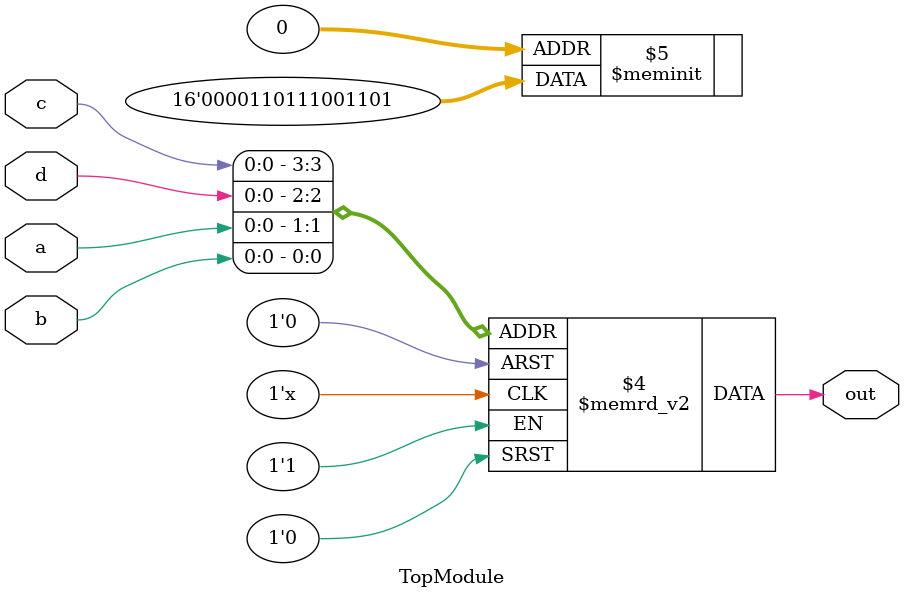
<source format=sv>

module TopModule(
    input a,
    input b,
    input c,
    input d,
    output reg out
);

always @* begin
    case({c, d, a, b})
        4'b0000: out = 1;
        4'b0001: out = 0;
        4'b0010: out = 1;
        4'b0011: out = 1;
        4'b0110: out = 1;
        4'b0111: out = 1;
        4'b1000: out = 1;
        4'b1010: out = 1;
        4'b1011: out = 1;
        default: out = 0;
    endcase
end

endmodule
</source>
